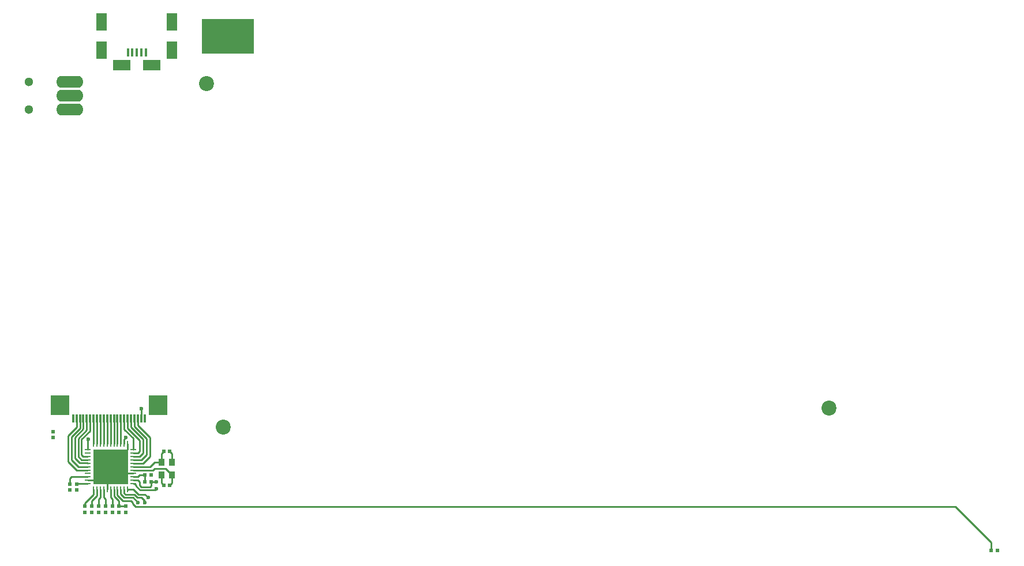
<source format=gtl>
G04 #@! TF.FileFunction,Copper,L1,Top,Signal*
%FSLAX46Y46*%
G04 Gerber Fmt 4.6, Leading zero omitted, Abs format (unit mm)*
G04 Created by KiCad (PCBNEW 4.0.1-3.201512221402+6198~38~ubuntu14.04.1-stable) date Mon 18 Jan 2016 08:14:31 PM CET*
%MOMM*%
G01*
G04 APERTURE LIST*
%ADD10C,0.100000*%
%ADD11R,0.250000X0.850000*%
%ADD12R,0.850000X0.250000*%
%ADD13R,5.200000X5.200000*%
%ADD14R,2.700000X3.000000*%
%ADD15R,0.300000X1.200000*%
%ADD16C,2.200000*%
%ADD17R,0.620000X0.620000*%
%ADD18R,0.900000X1.000000*%
%ADD19R,1.500000X2.500000*%
%ADD20R,2.500000X1.500000*%
%ADD21R,0.400000X1.250000*%
%ADD22C,1.300000*%
%ADD23O,4.000000X1.750000*%
%ADD24R,7.620000X5.080000*%
%ADD25C,0.600000*%
%ADD26C,0.250000*%
%ADD27C,0.200000*%
G04 APERTURE END LIST*
D10*
D11*
X96000000Y-129325000D03*
X96500000Y-129325000D03*
X97000000Y-129325000D03*
X97500000Y-129325000D03*
X98000000Y-129325000D03*
X98500000Y-129325000D03*
X99000000Y-129325000D03*
X99500000Y-129325000D03*
X100000000Y-129325000D03*
X100500000Y-129325000D03*
X101000000Y-129325000D03*
D12*
X101825000Y-128500000D03*
X101825000Y-128000000D03*
X101825000Y-127500000D03*
X101825000Y-127000000D03*
X101825000Y-126500000D03*
X101825000Y-126000000D03*
X101825000Y-125500000D03*
X101825000Y-125000000D03*
X101825000Y-124500000D03*
X101825000Y-124000000D03*
X101825000Y-123500000D03*
D11*
X101000000Y-122675000D03*
X100500000Y-122675000D03*
X100000000Y-122675000D03*
X99500000Y-122675000D03*
X99000000Y-122675000D03*
X98500000Y-122675000D03*
X98000000Y-122675000D03*
X97500000Y-122675000D03*
X97000000Y-122675000D03*
X96500000Y-122675000D03*
X96000000Y-122675000D03*
D12*
X95175000Y-123500000D03*
X95175000Y-124000000D03*
X95175000Y-124500000D03*
X95175000Y-125000000D03*
X95175000Y-125500000D03*
X95175000Y-126000000D03*
X95175000Y-126500000D03*
X95175000Y-127000000D03*
X95175000Y-127500000D03*
X95175000Y-128000000D03*
X95175000Y-128500000D03*
D13*
X98500000Y-126000000D03*
D14*
X91070000Y-116975000D03*
D15*
X103500000Y-118875000D03*
X103000000Y-118875000D03*
X102500000Y-118875000D03*
X102000000Y-118875000D03*
X101500000Y-118875000D03*
X101000000Y-118875000D03*
X100500000Y-118875000D03*
X100000000Y-118875000D03*
X99500000Y-118875000D03*
X99000000Y-118875000D03*
X98500000Y-118875000D03*
X98000000Y-118875000D03*
X97500000Y-118875000D03*
X97000000Y-118875000D03*
X96500000Y-118875000D03*
X96000000Y-118875000D03*
X95500000Y-118875000D03*
X95000000Y-118875000D03*
X94500000Y-118875000D03*
X94000000Y-118875000D03*
X93500000Y-118875000D03*
X93000000Y-118875000D03*
D14*
X105430000Y-116975000D03*
D16*
X203900000Y-117400000D03*
X115050000Y-120200000D03*
X112550000Y-69750000D03*
D17*
X100750000Y-131800000D03*
X100750000Y-132700000D03*
X103550000Y-127250000D03*
X104450000Y-127250000D03*
X99750000Y-131800000D03*
X99750000Y-132700000D03*
X95750000Y-131800000D03*
X95750000Y-132700000D03*
X93500000Y-128550000D03*
X93500000Y-129450000D03*
X107200000Y-128750000D03*
X106300000Y-128750000D03*
X106300000Y-123750000D03*
X107200000Y-123750000D03*
X92500000Y-128550000D03*
X92500000Y-129450000D03*
X98750000Y-131800000D03*
X98750000Y-132700000D03*
X96750000Y-132700000D03*
X96750000Y-131800000D03*
X97750000Y-131800000D03*
X97750000Y-132700000D03*
X103550000Y-128250000D03*
X104450000Y-128250000D03*
D18*
X107525000Y-127175000D03*
X107525000Y-125325000D03*
X105975000Y-125325000D03*
X105975000Y-127175000D03*
D19*
X97200000Y-60650000D03*
X97200000Y-64850000D03*
D20*
X100150000Y-67050000D03*
X104550000Y-67050000D03*
D19*
X107500000Y-64850000D03*
D21*
X103650000Y-65175000D03*
X103000000Y-65175000D03*
X102350000Y-65175000D03*
X101700000Y-65175000D03*
X101050000Y-65175000D03*
D19*
X107500000Y-60650000D03*
D22*
X86500000Y-69500000D03*
D23*
X92500000Y-71500000D03*
X92500000Y-73500000D03*
X92500000Y-69500000D03*
D22*
X86500000Y-73500000D03*
D17*
X94750000Y-131800000D03*
X94750000Y-132700000D03*
X227750000Y-138300000D03*
X228650000Y-138300000D03*
X90100000Y-121750000D03*
X90100000Y-120850000D03*
D24*
X115700000Y-62800000D03*
D25*
X95250000Y-122000000D03*
X100750000Y-121750000D03*
X104000000Y-130500000D03*
X102500000Y-131250000D03*
X103500000Y-131250000D03*
X105250000Y-128250000D03*
X105250000Y-129250000D03*
X103000000Y-117500000D03*
D26*
X96500000Y-129325000D02*
X96500000Y-130250000D01*
X95750000Y-131000000D02*
X95750000Y-131800000D01*
X96500000Y-130250000D02*
X95750000Y-131000000D01*
X99750000Y-131800000D02*
X100750000Y-131800000D01*
X99000000Y-129325000D02*
X99000000Y-130309194D01*
X99750000Y-131059194D02*
X99750000Y-131800000D01*
X99000000Y-130309194D02*
X99750000Y-131059194D01*
X95175000Y-128500000D02*
X93550000Y-128500000D01*
X93550000Y-128500000D02*
X93500000Y-128550000D01*
X103550000Y-127250000D02*
X103550000Y-128250000D01*
X101825000Y-127500000D02*
X102500000Y-127500000D01*
X102750000Y-127250000D02*
X103550000Y-127250000D01*
X102500000Y-127500000D02*
X102750000Y-127250000D01*
X95175000Y-123500000D02*
X95175000Y-122075000D01*
X95175000Y-122075000D02*
X95250000Y-122000000D01*
X100500000Y-122675000D02*
X100500000Y-122000000D01*
X100500000Y-122000000D02*
X100750000Y-121750000D01*
X95175000Y-128000000D02*
X96500000Y-128000000D01*
X96500000Y-128000000D02*
X98500000Y-126000000D01*
X107525000Y-125325000D02*
X107525000Y-124075000D01*
X107525000Y-124075000D02*
X107200000Y-123750000D01*
X105975000Y-127175000D02*
X105975000Y-128425000D01*
X105975000Y-128425000D02*
X106300000Y-128750000D01*
X101825000Y-127000000D02*
X99500000Y-127000000D01*
X99500000Y-127000000D02*
X98500000Y-126000000D01*
X98000000Y-129325000D02*
X98000000Y-126500000D01*
X98000000Y-126500000D02*
X98500000Y-126000000D01*
X101000000Y-122675000D02*
X101000000Y-123500000D01*
X101000000Y-123500000D02*
X98500000Y-126000000D01*
X107525000Y-127175000D02*
X107525000Y-128425000D01*
X107525000Y-128425000D02*
X107200000Y-128750000D01*
X101825000Y-126500000D02*
X104750000Y-126500000D01*
X106600000Y-126250000D02*
X107525000Y-127175000D01*
X105000000Y-126250000D02*
X106600000Y-126250000D01*
X104750000Y-126500000D02*
X105000000Y-126250000D01*
X105975000Y-125325000D02*
X105975000Y-124075000D01*
X105975000Y-124075000D02*
X106300000Y-123750000D01*
X101825000Y-126000000D02*
X104250000Y-126000000D01*
X104925000Y-125325000D02*
X105975000Y-125325000D01*
X104250000Y-126000000D02*
X104925000Y-125325000D01*
X95175000Y-127500000D02*
X92750000Y-127500000D01*
X92500000Y-127750000D02*
X92500000Y-128550000D01*
X92750000Y-127500000D02*
X92500000Y-127750000D01*
X98500000Y-129325000D02*
X98500000Y-130500000D01*
X98750000Y-130750000D02*
X98750000Y-131800000D01*
X98500000Y-130500000D02*
X98750000Y-130750000D01*
X101847796Y-129325000D02*
X102572794Y-130049998D01*
X102572794Y-130049998D02*
X103549998Y-130049998D01*
X103549998Y-130049998D02*
X104000000Y-130500000D01*
X101847796Y-129325000D02*
X101000000Y-129325000D01*
X101000000Y-129500000D02*
X101000000Y-129325000D01*
X101250000Y-130550002D02*
X101800002Y-130550002D01*
X101800002Y-130550002D02*
X102500000Y-131250000D01*
X100000000Y-130036398D02*
X100000000Y-129325000D01*
X100513604Y-130550002D02*
X101250000Y-130550002D01*
X100000000Y-130036398D02*
X100513604Y-130550002D01*
X101900000Y-130100000D02*
X101986398Y-130100000D01*
X100500000Y-129900000D02*
X100700000Y-130100000D01*
X100700000Y-130100000D02*
X101900000Y-130100000D01*
X100500000Y-129900000D02*
X100500000Y-129325000D01*
X103500000Y-131000000D02*
X103500000Y-131250000D01*
X103000000Y-130500000D02*
X103500000Y-131000000D01*
X102386398Y-130500000D02*
X103000000Y-130500000D01*
X101986398Y-130100000D02*
X102386398Y-130500000D01*
X104450000Y-128250000D02*
X105250000Y-128250000D01*
X101825000Y-128000000D02*
X102500000Y-128000000D01*
X104450000Y-128800000D02*
X104450000Y-128250000D01*
X104250000Y-129000000D02*
X104450000Y-128800000D01*
X103000000Y-129000000D02*
X104250000Y-129000000D01*
X102750000Y-128750000D02*
X103000000Y-129000000D01*
X102750000Y-128250000D02*
X102750000Y-128750000D01*
X102500000Y-128000000D02*
X102750000Y-128250000D01*
X101825000Y-128500000D02*
X102000000Y-128500000D01*
X102000000Y-128500000D02*
X102250000Y-128750000D01*
X105049998Y-129450002D02*
X105250000Y-129250000D01*
X102813604Y-129450002D02*
X105049998Y-129450002D01*
X102250000Y-128886398D02*
X102813604Y-129450002D01*
X102250000Y-128750000D02*
X102250000Y-128886398D01*
X103000000Y-117500000D02*
X103000000Y-118875000D01*
X102500000Y-118875000D02*
X102500000Y-119954408D01*
X103250000Y-125500000D02*
X101825000Y-125500000D01*
X104250000Y-124500000D02*
X103250000Y-125500000D01*
X104250000Y-121704408D02*
X104250000Y-124500000D01*
X102500000Y-119954408D02*
X104250000Y-121704408D01*
X102000000Y-118875000D02*
X102000000Y-120090806D01*
X103000000Y-125000000D02*
X101825000Y-125000000D01*
X103750000Y-124250000D02*
X103000000Y-125000000D01*
X103750000Y-121840806D02*
X103750000Y-124250000D01*
X102000000Y-120090806D02*
X103750000Y-121840806D01*
X101500000Y-118875000D02*
X101500000Y-120227204D01*
X102750000Y-124500000D02*
X101825000Y-124500000D01*
X103250000Y-124000000D02*
X102750000Y-124500000D01*
X103250000Y-121977204D02*
X103250000Y-124000000D01*
X101500000Y-120227204D02*
X103250000Y-121977204D01*
X101000000Y-118875000D02*
X101000000Y-120363602D01*
X102500000Y-124000000D02*
X101825000Y-124000000D01*
X102750000Y-123750000D02*
X102500000Y-124000000D01*
X102750000Y-122113602D02*
X102750000Y-123750000D01*
X101000000Y-120363602D02*
X102750000Y-122113602D01*
X100500000Y-118875000D02*
X100500000Y-120500000D01*
X101825000Y-121825000D02*
X101825000Y-123500000D01*
X100500000Y-120500000D02*
X101825000Y-121825000D01*
X100000000Y-118875000D02*
X100000000Y-122675000D01*
X99500000Y-118875000D02*
X99500000Y-122675000D01*
X99000000Y-118875000D02*
X99000000Y-122675000D01*
X98500000Y-118875000D02*
X98500000Y-122675000D01*
X98000000Y-118875000D02*
X98000000Y-122675000D01*
X97500000Y-118875000D02*
X97500000Y-122675000D01*
X97000000Y-118875000D02*
X97000000Y-122675000D01*
X96500000Y-118875000D02*
X96500000Y-122675000D01*
X96000000Y-118875000D02*
X96000000Y-122675000D01*
X94250000Y-124250000D02*
X94250000Y-122000000D01*
X94500000Y-124500000D02*
X94250000Y-124250000D01*
X95175000Y-124500000D02*
X94500000Y-124500000D01*
X95500000Y-120750000D02*
X95500000Y-118875000D01*
X94250000Y-122000000D02*
X95500000Y-120750000D01*
X95000000Y-118875000D02*
X95000000Y-120613602D01*
X93750000Y-124500000D02*
X94250000Y-125000000D01*
X94250000Y-125000000D02*
X95175000Y-125000000D01*
X93750000Y-121863602D02*
X93750000Y-124500000D01*
X95000000Y-120613602D02*
X93750000Y-121863602D01*
X94500000Y-120477204D02*
X93250000Y-121727204D01*
X95175000Y-125450002D02*
X93950002Y-125450002D01*
X94500000Y-120477204D02*
X94500000Y-118875000D01*
X93250000Y-124750000D02*
X93950002Y-125450002D01*
X93250000Y-121727204D02*
X93250000Y-124750000D01*
X95175000Y-125450002D02*
X95175000Y-125500000D01*
X94000000Y-118875000D02*
X94000000Y-120340806D01*
X93750000Y-126000000D02*
X95175000Y-126000000D01*
X92750000Y-125000000D02*
X93750000Y-126000000D01*
X92750000Y-121590806D02*
X92750000Y-125000000D01*
X94000000Y-120340806D02*
X92750000Y-121590806D01*
X93500000Y-118875000D02*
X93500000Y-120204408D01*
X92250000Y-125250000D02*
X93500000Y-126500000D01*
X93500000Y-126500000D02*
X95175000Y-126500000D01*
X92250000Y-121454408D02*
X92250000Y-125250000D01*
X93500000Y-120204408D02*
X92250000Y-121454408D01*
X96750000Y-131800000D02*
X96750000Y-130750000D01*
X97000000Y-130500000D02*
X97000000Y-129325000D01*
X96750000Y-130750000D02*
X97000000Y-130500000D01*
X97750000Y-131800000D02*
X97750000Y-130750000D01*
X97500000Y-130500000D02*
X97500000Y-129325000D01*
X97750000Y-130750000D02*
X97500000Y-130500000D01*
D27*
X102350000Y-65425000D02*
X102350000Y-65175000D01*
D26*
X96000000Y-129325000D02*
X96000000Y-130113602D01*
X94750000Y-131363602D02*
X94750000Y-131800000D01*
X96000000Y-130113602D02*
X94750000Y-131363602D01*
X101750000Y-131250000D02*
X101750000Y-131450000D01*
X99500000Y-130172796D02*
X100327208Y-131000004D01*
X100327208Y-131000004D02*
X101500004Y-131000004D01*
X101500004Y-131000004D02*
X101750000Y-131250000D01*
X99500000Y-129325000D02*
X99500000Y-130172796D01*
X227750000Y-137150000D02*
X227750000Y-138300000D01*
X222500000Y-131900000D02*
X227750000Y-137150000D01*
X102200000Y-131900000D02*
X222500000Y-131900000D01*
X101750000Y-131450000D02*
X102200000Y-131900000D01*
M02*

</source>
